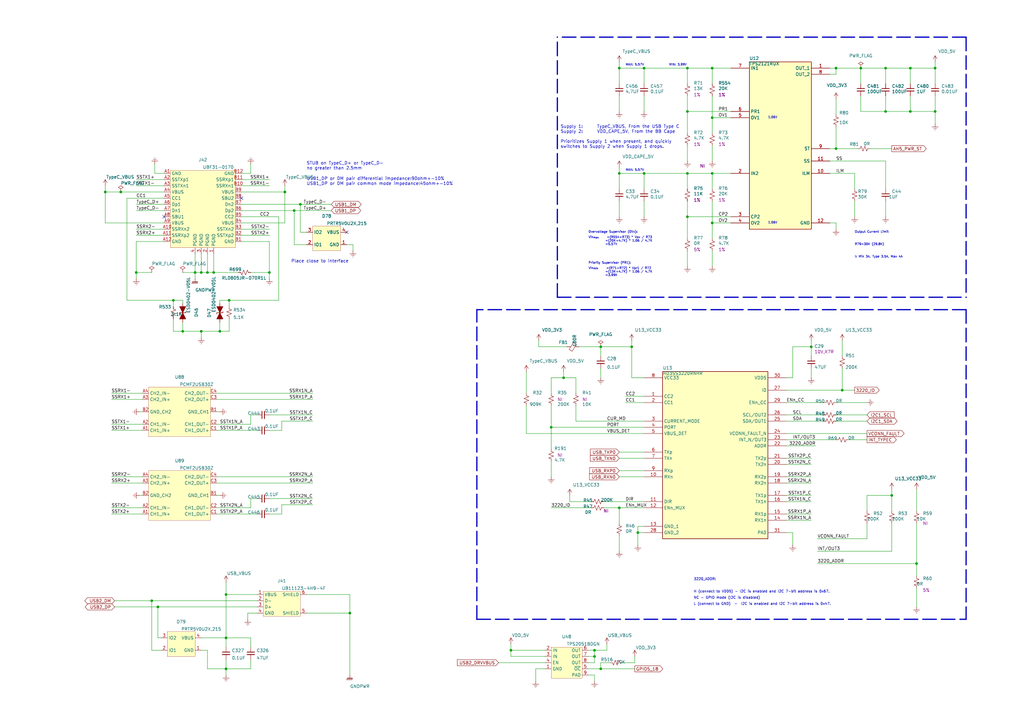
<source format=kicad_sch>
(kicad_sch (version 20210126) (generator eeschema)
  (paper "A3")
  (title_block (title "BeagleBone AI AM57x") (date "2021-01-15") (rev "Kicad-A1") (company "KiCad Services Corporation"))
  (junction (at 43.18 78.74) (diameter 0.9144))
  (junction (at 49.53 78.74) (diameter 0.9144))
  (junction (at 55.88 111.76) (diameter 0.9144))
  (junction (at 62.23 246.38) (diameter 0.9144))
  (junction (at 64.77 248.92) (diameter 0.9144))
  (junction (at 71.12 123.19) (diameter 0.9144))
  (junction (at 74.93 135.89) (diameter 0.9144))
  (junction (at 80.01 111.76) (diameter 0.9144))
  (junction (at 82.55 111.76) (diameter 0.9144))
  (junction (at 82.55 135.89) (diameter 0.9144))
  (junction (at 85.09 111.76) (diameter 0.9144))
  (junction (at 87.63 111.76) (diameter 0.9144))
  (junction (at 90.17 135.89) (diameter 0.9144))
  (junction (at 92.71 243.84) (diameter 0.9144))
  (junction (at 92.71 261.62) (diameter 0.9144))
  (junction (at 92.71 274.32) (diameter 0.9144))
  (junction (at 93.98 123.19) (diameter 0.9144))
  (junction (at 110.49 111.76) (diameter 0.9144))
  (junction (at 116.84 78.74) (diameter 0.9144))
  (junction (at 120.65 86.36) (diameter 0.9144))
  (junction (at 123.19 83.82) (diameter 0.9144))
  (junction (at 143.51 251.46) (diameter 0.9144))
  (junction (at 209.55 266.7) (diameter 0.9144))
  (junction (at 226.06 175.26) (diameter 0.9144))
  (junction (at 231.14 154.94) (diameter 0.9144))
  (junction (at 243.84 266.7) (diameter 0.9144))
  (junction (at 243.84 269.24) (diameter 0.9144))
  (junction (at 246.38 142.24) (diameter 0.9144))
  (junction (at 246.38 274.32) (diameter 0.9144))
  (junction (at 254 27.94) (diameter 0.9144))
  (junction (at 254 71.12) (diameter 0.9144))
  (junction (at 254 208.28) (diameter 0.9144))
  (junction (at 259.08 142.24) (diameter 0.9144))
  (junction (at 261.62 218.44) (diameter 0.9144))
  (junction (at 264.16 27.94) (diameter 0.9144))
  (junction (at 264.16 71.12) (diameter 0.9144))
  (junction (at 281.94 27.94) (diameter 0.9144))
  (junction (at 281.94 45.72) (diameter 0.9144))
  (junction (at 281.94 71.12) (diameter 0.9144))
  (junction (at 281.94 88.9) (diameter 0.9144))
  (junction (at 292.1 27.94) (diameter 0.9144))
  (junction (at 292.1 48.26) (diameter 0.9144))
  (junction (at 292.1 71.12) (diameter 0.9144))
  (junction (at 292.1 91.44) (diameter 0.9144))
  (junction (at 332.74 142.24) (diameter 0.9144))
  (junction (at 342.9 27.94) (diameter 0.9144))
  (junction (at 342.9 60.96) (diameter 0.9144))
  (junction (at 345.44 160.02) (diameter 0.9144))
  (junction (at 353.06 27.94) (diameter 0.9144))
  (junction (at 363.22 27.94) (diameter 0.9144))
  (junction (at 363.22 45.72) (diameter 0.9144))
  (junction (at 365.76 203.2) (diameter 0.9144))
  (junction (at 373.38 27.94) (diameter 0.9144))
  (junction (at 373.38 45.72) (diameter 0.9144))
  (junction (at 375.92 231.14) (diameter 0.9144))
  (junction (at 383.54 27.94) (diameter 0.9144))
  (junction (at 383.54 45.72) (diameter 0.9144))
  (no_connect (at 67.31 88.9))
  (no_connect (at 99.06 81.28))
  (no_connect (at 142.24 95.25))
  (wire (pts (xy 43.18 76.2) (xy 43.18 78.74)))
  (wire (pts (xy 43.18 78.74) (xy 49.53 78.74)))
  (wire (pts (xy 43.18 91.44) (xy 43.18 78.74)))
  (wire (pts (xy 43.18 91.44) (xy 67.31 91.44)))
  (wire (pts (xy 45.72 161.29) (xy 58.42 161.29)))
  (wire (pts (xy 45.72 163.83) (xy 58.42 163.83)))
  (wire (pts (xy 45.72 173.99) (xy 58.42 173.99)))
  (wire (pts (xy 45.72 176.53) (xy 58.42 176.53)))
  (wire (pts (xy 45.72 195.58) (xy 58.42 195.58)))
  (wire (pts (xy 45.72 198.12) (xy 58.42 198.12)))
  (wire (pts (xy 45.72 208.28) (xy 58.42 208.28)))
  (wire (pts (xy 45.72 210.82) (xy 58.42 210.82)))
  (wire (pts (xy 46.99 246.38) (xy 62.23 246.38)))
  (wire (pts (xy 46.99 248.92) (xy 64.77 248.92)))
  (wire (pts (xy 49.53 78.74) (xy 67.31 78.74)))
  (wire (pts (xy 52.07 81.28) (xy 52.07 123.19)))
  (wire (pts (xy 52.07 81.28) (xy 67.31 81.28)))
  (wire (pts (xy 52.07 123.19) (xy 71.12 123.19)))
  (wire (pts (xy 55.88 73.66) (xy 67.31 73.66)))
  (wire (pts (xy 55.88 76.2) (xy 67.31 76.2)))
  (wire (pts (xy 55.88 83.82) (xy 67.31 83.82)))
  (wire (pts (xy 55.88 86.36) (xy 67.31 86.36)))
  (wire (pts (xy 55.88 93.98) (xy 67.31 93.98)))
  (wire (pts (xy 55.88 96.52) (xy 67.31 96.52)))
  (wire (pts (xy 55.88 99.06) (xy 55.88 111.76)))
  (wire (pts (xy 55.88 99.06) (xy 67.31 99.06)))
  (wire (pts (xy 55.88 111.76) (xy 55.88 114.3)))
  (wire (pts (xy 55.88 111.76) (xy 62.23 111.76)))
  (wire (pts (xy 58.42 168.91) (xy 57.15 168.91)))
  (wire (pts (xy 58.42 203.2) (xy 57.15 203.2)))
  (wire (pts (xy 62.23 246.38) (xy 105.41 246.38)))
  (wire (pts (xy 62.23 266.7) (xy 62.23 246.38)))
  (wire (pts (xy 63.5 67.31) (xy 63.5 71.12)))
  (wire (pts (xy 64.77 248.92) (xy 64.77 261.62)))
  (wire (pts (xy 64.77 248.92) (xy 105.41 248.92)))
  (wire (pts (xy 64.77 261.62) (xy 66.04 261.62)))
  (wire (pts (xy 66.04 266.7) (xy 62.23 266.7)))
  (wire (pts (xy 67.31 71.12) (xy 63.5 71.12)))
  (wire (pts (xy 71.12 123.19) (xy 71.12 125.73)))
  (wire (pts (xy 71.12 123.19) (xy 74.93 123.19)))
  (wire (pts (xy 71.12 130.81) (xy 71.12 135.89)))
  (wire (pts (xy 74.93 111.76) (xy 80.01 111.76)))
  (wire (pts (xy 74.93 123.19) (xy 74.93 124.46)))
  (wire (pts (xy 74.93 132.08) (xy 74.93 135.89)))
  (wire (pts (xy 74.93 135.89) (xy 71.12 135.89)))
  (wire (pts (xy 74.93 135.89) (xy 82.55 135.89)))
  (wire (pts (xy 80.01 104.14) (xy 80.01 111.76)))
  (wire (pts (xy 80.01 111.76) (xy 80.01 114.3)))
  (wire (pts (xy 80.01 111.76) (xy 82.55 111.76)))
  (wire (pts (xy 82.55 104.14) (xy 82.55 111.76)))
  (wire (pts (xy 82.55 111.76) (xy 85.09 111.76)))
  (wire (pts (xy 82.55 135.89) (xy 82.55 138.43)))
  (wire (pts (xy 82.55 135.89) (xy 90.17 135.89)))
  (wire (pts (xy 82.55 266.7) (xy 85.09 266.7)))
  (wire (pts (xy 85.09 104.14) (xy 85.09 111.76)))
  (wire (pts (xy 85.09 111.76) (xy 87.63 111.76)))
  (wire (pts (xy 85.09 266.7) (xy 85.09 274.32)))
  (wire (pts (xy 85.09 274.32) (xy 92.71 274.32)))
  (wire (pts (xy 87.63 111.76) (xy 87.63 104.14)))
  (wire (pts (xy 87.63 111.76) (xy 97.79 111.76)))
  (wire (pts (xy 88.9 161.29) (xy 128.27 161.29)))
  (wire (pts (xy 88.9 163.83) (xy 128.27 163.83)))
  (wire (pts (xy 88.9 168.91) (xy 90.17 168.91)))
  (wire (pts (xy 88.9 173.99) (xy 102.87 173.99)))
  (wire (pts (xy 88.9 176.53) (xy 105.41 176.53)))
  (wire (pts (xy 88.9 195.58) (xy 128.27 195.58)))
  (wire (pts (xy 88.9 198.12) (xy 128.27 198.12)))
  (wire (pts (xy 88.9 203.2) (xy 90.17 203.2)))
  (wire (pts (xy 88.9 208.28) (xy 102.87 208.28)))
  (wire (pts (xy 88.9 210.82) (xy 105.41 210.82)))
  (wire (pts (xy 90.17 123.19) (xy 93.98 123.19)))
  (wire (pts (xy 90.17 124.46) (xy 90.17 123.19)))
  (wire (pts (xy 90.17 135.89) (xy 90.17 132.08)))
  (wire (pts (xy 90.17 135.89) (xy 93.98 135.89)))
  (wire (pts (xy 92.71 238.76) (xy 92.71 243.84)))
  (wire (pts (xy 92.71 243.84) (xy 92.71 261.62)))
  (wire (pts (xy 92.71 243.84) (xy 105.41 243.84)))
  (wire (pts (xy 92.71 261.62) (xy 82.55 261.62)))
  (wire (pts (xy 92.71 261.62) (xy 102.87 261.62)))
  (wire (pts (xy 92.71 265.43) (xy 92.71 261.62)))
  (wire (pts (xy 92.71 274.32) (xy 92.71 270.51)))
  (wire (pts (xy 92.71 274.32) (xy 92.71 276.86)))
  (wire (pts (xy 93.98 123.19) (xy 114.3 123.19)))
  (wire (pts (xy 93.98 125.73) (xy 93.98 123.19)))
  (wire (pts (xy 93.98 135.89) (xy 93.98 130.81)))
  (wire (pts (xy 99.06 71.12) (xy 102.87 71.12)))
  (wire (pts (xy 99.06 78.74) (xy 116.84 78.74)))
  (wire (pts (xy 99.06 83.82) (xy 123.19 83.82)))
  (wire (pts (xy 99.06 86.36) (xy 120.65 86.36)))
  (wire (pts (xy 99.06 88.9) (xy 114.3 88.9)))
  (wire (pts (xy 99.06 91.44) (xy 116.84 91.44)))
  (wire (pts (xy 99.06 93.98) (xy 110.49 93.98)))
  (wire (pts (xy 99.06 96.52) (xy 110.49 96.52)))
  (wire (pts (xy 99.06 99.06) (xy 110.49 99.06)))
  (wire (pts (xy 101.6 251.46) (xy 101.6 254)))
  (wire (pts (xy 102.87 67.31) (xy 102.87 71.12)))
  (wire (pts (xy 102.87 111.76) (xy 110.49 111.76)))
  (wire (pts (xy 102.87 170.18) (xy 105.41 170.18)))
  (wire (pts (xy 102.87 173.99) (xy 102.87 170.18)))
  (wire (pts (xy 102.87 204.47) (xy 105.41 204.47)))
  (wire (pts (xy 102.87 208.28) (xy 102.87 204.47)))
  (wire (pts (xy 102.87 261.62) (xy 102.87 265.43)))
  (wire (pts (xy 102.87 270.51) (xy 102.87 274.32)))
  (wire (pts (xy 102.87 274.32) (xy 92.71 274.32)))
  (wire (pts (xy 105.41 251.46) (xy 101.6 251.46)))
  (wire (pts (xy 110.49 73.66) (xy 99.06 73.66)))
  (wire (pts (xy 110.49 76.2) (xy 99.06 76.2)))
  (wire (pts (xy 110.49 111.76) (xy 110.49 99.06)))
  (wire (pts (xy 110.49 111.76) (xy 110.49 114.3)))
  (wire (pts (xy 110.49 170.18) (xy 128.27 170.18)))
  (wire (pts (xy 110.49 176.53) (xy 115.57 176.53)))
  (wire (pts (xy 110.49 204.47) (xy 128.27 204.47)))
  (wire (pts (xy 110.49 210.82) (xy 115.57 210.82)))
  (wire (pts (xy 114.3 123.19) (xy 114.3 88.9)))
  (wire (pts (xy 115.57 172.72) (xy 128.27 172.72)))
  (wire (pts (xy 115.57 176.53) (xy 115.57 172.72)))
  (wire (pts (xy 115.57 207.01) (xy 128.27 207.01)))
  (wire (pts (xy 115.57 210.82) (xy 115.57 207.01)))
  (wire (pts (xy 116.84 76.2) (xy 116.84 78.74)))
  (wire (pts (xy 116.84 91.44) (xy 116.84 78.74)))
  (wire (pts (xy 120.65 86.36) (xy 135.89 86.36)))
  (wire (pts (xy 120.65 100.33) (xy 120.65 86.36)))
  (wire (pts (xy 123.19 83.82) (xy 135.89 83.82)))
  (wire (pts (xy 123.19 95.25) (xy 123.19 83.82)))
  (wire (pts (xy 125.73 95.25) (xy 123.19 95.25)))
  (wire (pts (xy 125.73 100.33) (xy 120.65 100.33)))
  (wire (pts (xy 125.73 243.84) (xy 143.51 243.84)))
  (wire (pts (xy 125.73 251.46) (xy 143.51 251.46)))
  (wire (pts (xy 142.24 100.33) (xy 144.78 100.33)))
  (wire (pts (xy 143.51 243.84) (xy 143.51 251.46)))
  (wire (pts (xy 143.51 251.46) (xy 143.51 276.86)))
  (wire (pts (xy 144.78 100.33) (xy 144.78 102.87)))
  (wire (pts (xy 204.47 271.78) (xy 223.52 271.78)))
  (wire (pts (xy 209.55 264.16) (xy 209.55 266.7)))
  (wire (pts (xy 209.55 266.7) (xy 209.55 269.24)))
  (wire (pts (xy 209.55 269.24) (xy 223.52 269.24)))
  (wire (pts (xy 215.9 161.29) (xy 215.9 152.4)))
  (wire (pts (xy 215.9 177.8) (xy 215.9 166.37)))
  (wire (pts (xy 219.71 274.32) (xy 219.71 279.4)))
  (wire (pts (xy 220.98 142.24) (xy 220.98 139.7)))
  (wire (pts (xy 223.52 266.7) (xy 209.55 266.7)))
  (wire (pts (xy 223.52 274.32) (xy 219.71 274.32)))
  (wire (pts (xy 226.06 154.94) (xy 231.14 154.94)))
  (wire (pts (xy 226.06 161.29) (xy 226.06 154.94)))
  (wire (pts (xy 226.06 175.26) (xy 226.06 166.37)))
  (wire (pts (xy 226.06 184.15) (xy 226.06 175.26)))
  (wire (pts (xy 226.06 189.23) (xy 226.06 195.58)))
  (wire (pts (xy 231.14 154.94) (xy 231.14 152.4)))
  (wire (pts (xy 231.14 154.94) (xy 236.22 154.94)))
  (wire (pts (xy 232.41 142.24) (xy 220.98 142.24)))
  (wire (pts (xy 233.68 205.74) (xy 233.68 203.2)))
  (wire (pts (xy 236.22 154.94) (xy 236.22 161.29)))
  (wire (pts (xy 236.22 172.72) (xy 236.22 166.37)))
  (wire (pts (xy 237.49 142.24) (xy 246.38 142.24)))
  (wire (pts (xy 241.3 269.24) (xy 243.84 269.24)))
  (wire (pts (xy 241.3 271.78) (xy 243.84 271.78)))
  (wire (pts (xy 241.3 274.32) (xy 246.38 274.32)))
  (wire (pts (xy 241.3 276.86) (xy 243.84 276.86)))
  (wire (pts (xy 242.57 205.74) (xy 233.68 205.74)))
  (wire (pts (xy 242.57 208.28) (xy 226.06 208.28)))
  (wire (pts (xy 243.84 266.7) (xy 241.3 266.7)))
  (wire (pts (xy 243.84 266.7) (xy 248.92 266.7)))
  (wire (pts (xy 243.84 269.24) (xy 243.84 266.7)))
  (wire (pts (xy 243.84 271.78) (xy 243.84 269.24)))
  (wire (pts (xy 243.84 276.86) (xy 243.84 279.4)))
  (wire (pts (xy 246.38 142.24) (xy 259.08 142.24)))
  (wire (pts (xy 246.38 146.05) (xy 246.38 142.24)))
  (wire (pts (xy 246.38 154.94) (xy 246.38 151.13)))
  (wire (pts (xy 246.38 271.78) (xy 250.19 271.78)))
  (wire (pts (xy 246.38 274.32) (xy 246.38 271.78)))
  (wire (pts (xy 246.38 274.32) (xy 260.35 274.32)))
  (wire (pts (xy 247.65 208.28) (xy 254 208.28)))
  (wire (pts (xy 248.92 264.16) (xy 248.92 266.7)))
  (wire (pts (xy 254 27.94) (xy 254 25.4)))
  (wire (pts (xy 254 27.94) (xy 264.16 27.94)))
  (wire (pts (xy 254 34.29) (xy 254 27.94)))
  (wire (pts (xy 254 39.37) (xy 254 45.72)))
  (wire (pts (xy 254 71.12) (xy 254 68.58)))
  (wire (pts (xy 254 71.12) (xy 264.16 71.12)))
  (wire (pts (xy 254 77.47) (xy 254 71.12)))
  (wire (pts (xy 254 82.55) (xy 254 88.9)))
  (wire (pts (xy 254 208.28) (xy 264.16 208.28)))
  (wire (pts (xy 254 214.63) (xy 254 208.28)))
  (wire (pts (xy 254 226.06) (xy 254 219.71)))
  (wire (pts (xy 255.27 271.78) (xy 260.35 271.78)))
  (wire (pts (xy 259.08 142.24) (xy 259.08 139.7)))
  (wire (pts (xy 259.08 154.94) (xy 259.08 142.24)))
  (wire (pts (xy 260.35 269.24) (xy 260.35 271.78)))
  (wire (pts (xy 261.62 215.9) (xy 264.16 215.9)))
  (wire (pts (xy 261.62 218.44) (xy 261.62 215.9)))
  (wire (pts (xy 261.62 223.52) (xy 261.62 218.44)))
  (wire (pts (xy 264.16 27.94) (xy 281.94 27.94)))
  (wire (pts (xy 264.16 34.29) (xy 264.16 27.94)))
  (wire (pts (xy 264.16 39.37) (xy 264.16 45.72)))
  (wire (pts (xy 264.16 71.12) (xy 281.94 71.12)))
  (wire (pts (xy 264.16 77.47) (xy 264.16 71.12)))
  (wire (pts (xy 264.16 82.55) (xy 264.16 88.9)))
  (wire (pts (xy 264.16 154.94) (xy 259.08 154.94)))
  (wire (pts (xy 264.16 162.56) (xy 256.54 162.56)))
  (wire (pts (xy 264.16 165.1) (xy 256.54 165.1)))
  (wire (pts (xy 264.16 172.72) (xy 236.22 172.72)))
  (wire (pts (xy 264.16 175.26) (xy 226.06 175.26)))
  (wire (pts (xy 264.16 177.8) (xy 215.9 177.8)))
  (wire (pts (xy 264.16 185.42) (xy 254 185.42)))
  (wire (pts (xy 264.16 187.96) (xy 254 187.96)))
  (wire (pts (xy 264.16 193.04) (xy 254 193.04)))
  (wire (pts (xy 264.16 195.58) (xy 254 195.58)))
  (wire (pts (xy 264.16 205.74) (xy 247.65 205.74)))
  (wire (pts (xy 264.16 218.44) (xy 261.62 218.44)))
  (wire (pts (xy 281.94 27.94) (xy 281.94 34.29)))
  (wire (pts (xy 281.94 27.94) (xy 292.1 27.94)))
  (wire (pts (xy 281.94 45.72) (xy 281.94 39.37)))
  (wire (pts (xy 281.94 54.61) (xy 281.94 45.72)))
  (wire (pts (xy 281.94 66.04) (xy 281.94 59.69)))
  (wire (pts (xy 281.94 71.12) (xy 292.1 71.12)))
  (wire (pts (xy 281.94 77.47) (xy 281.94 71.12)))
  (wire (pts (xy 281.94 88.9) (xy 281.94 82.55)))
  (wire (pts (xy 281.94 97.79) (xy 281.94 88.9)))
  (wire (pts (xy 281.94 109.22) (xy 281.94 102.87)))
  (wire (pts (xy 292.1 27.94) (xy 299.72 27.94)))
  (wire (pts (xy 292.1 34.29) (xy 292.1 27.94)))
  (wire (pts (xy 292.1 48.26) (xy 292.1 39.37)))
  (wire (pts (xy 292.1 54.61) (xy 292.1 48.26)))
  (wire (pts (xy 292.1 66.04) (xy 292.1 59.69)))
  (wire (pts (xy 292.1 71.12) (xy 299.72 71.12)))
  (wire (pts (xy 292.1 77.47) (xy 292.1 71.12)))
  (wire (pts (xy 292.1 91.44) (xy 292.1 82.55)))
  (wire (pts (xy 292.1 97.79) (xy 292.1 91.44)))
  (wire (pts (xy 292.1 109.22) (xy 292.1 102.87)))
  (wire (pts (xy 299.72 45.72) (xy 281.94 45.72)))
  (wire (pts (xy 299.72 48.26) (xy 292.1 48.26)))
  (wire (pts (xy 299.72 88.9) (xy 281.94 88.9)))
  (wire (pts (xy 299.72 91.44) (xy 292.1 91.44)))
  (wire (pts (xy 322.58 160.02) (xy 345.44 160.02)))
  (wire (pts (xy 325.12 142.24) (xy 325.12 154.94)))
  (wire (pts (xy 325.12 154.94) (xy 322.58 154.94)))
  (wire (pts (xy 325.12 218.44) (xy 322.58 218.44)))
  (wire (pts (xy 325.12 223.52) (xy 325.12 218.44)))
  (wire (pts (xy 332.74 142.24) (xy 325.12 142.24)))
  (wire (pts (xy 332.74 142.24) (xy 332.74 139.7)))
  (wire (pts (xy 332.74 146.05) (xy 332.74 142.24)))
  (wire (pts (xy 332.74 154.94) (xy 332.74 151.13)))
  (wire (pts (xy 332.74 187.96) (xy 322.58 187.96)))
  (wire (pts (xy 332.74 190.5) (xy 322.58 190.5)))
  (wire (pts (xy 332.74 195.58) (xy 322.58 195.58)))
  (wire (pts (xy 332.74 198.12) (xy 322.58 198.12)))
  (wire (pts (xy 332.74 203.2) (xy 322.58 203.2)))
  (wire (pts (xy 332.74 205.74) (xy 322.58 205.74)))
  (wire (pts (xy 332.74 210.82) (xy 322.58 210.82)))
  (wire (pts (xy 332.74 213.36) (xy 322.58 213.36)))
  (wire (pts (xy 334.518 182.88) (xy 322.58 182.88)))
  (wire (pts (xy 335.28 220.98) (xy 355.6 220.98)))
  (wire (pts (xy 335.28 226.06) (xy 365.76 226.06)))
  (wire (pts (xy 337.82 165.1) (xy 322.58 165.1)))
  (wire (pts (xy 337.82 170.18) (xy 322.58 170.18)))
  (wire (pts (xy 337.82 172.72) (xy 322.58 172.72)))
  (wire (pts (xy 340.36 27.94) (xy 342.9 27.94)))
  (wire (pts (xy 340.36 60.96) (xy 342.9 60.96)))
  (wire (pts (xy 340.36 71.12) (xy 350.52 71.12)))
  (wire (pts (xy 340.36 91.44) (xy 342.9 91.44)))
  (wire (pts (xy 342.9 27.94) (xy 342.9 30.48)))
  (wire (pts (xy 342.9 27.94) (xy 353.06 27.94)))
  (wire (pts (xy 342.9 30.48) (xy 340.36 30.48)))
  (wire (pts (xy 342.9 40.64) (xy 342.9 46.99)))
  (wire (pts (xy 342.9 52.07) (xy 342.9 60.96)))
  (wire (pts (xy 342.9 60.96) (xy 351.79 60.96)))
  (wire (pts (xy 342.9 91.44) (xy 342.9 93.98)))
  (wire (pts (xy 342.9 180.34) (xy 322.58 180.34)))
  (wire (pts (xy 345.44 146.05) (xy 345.44 139.7)))
  (wire (pts (xy 345.44 160.02) (xy 345.44 151.13)))
  (wire (pts (xy 345.44 160.02) (xy 350.52 160.02)))
  (wire (pts (xy 347.98 180.34) (xy 355.6 180.34)))
  (wire (pts (xy 350.52 71.12) (xy 350.52 77.47)))
  (wire (pts (xy 350.52 88.9) (xy 350.52 82.55)))
  (wire (pts (xy 353.06 27.94) (xy 363.22 27.94)))
  (wire (pts (xy 353.06 34.29) (xy 353.06 27.94)))
  (wire (pts (xy 353.06 45.72) (xy 353.06 39.37)))
  (wire (pts (xy 355.6 165.1) (xy 342.9 165.1)))
  (wire (pts (xy 355.6 170.18) (xy 342.9 170.18)))
  (wire (pts (xy 355.6 172.72) (xy 342.9 172.72)))
  (wire (pts (xy 355.6 177.8) (xy 322.58 177.8)))
  (wire (pts (xy 355.6 203.2) (xy 365.76 203.2)))
  (wire (pts (xy 355.6 209.55) (xy 355.6 203.2)))
  (wire (pts (xy 355.6 220.98) (xy 355.6 214.63)))
  (wire (pts (xy 363.22 27.94) (xy 373.38 27.94)))
  (wire (pts (xy 363.22 34.29) (xy 363.22 27.94)))
  (wire (pts (xy 363.22 45.72) (xy 353.06 45.72)))
  (wire (pts (xy 363.22 45.72) (xy 363.22 39.37)))
  (wire (pts (xy 363.22 66.04) (xy 340.36 66.04)))
  (wire (pts (xy 363.22 77.47) (xy 363.22 66.04)))
  (wire (pts (xy 363.22 88.9) (xy 363.22 82.55)))
  (wire (pts (xy 365.76 60.96) (xy 356.87 60.96)))
  (wire (pts (xy 365.76 203.2) (xy 365.76 200.66)))
  (wire (pts (xy 365.76 209.55) (xy 365.76 203.2)))
  (wire (pts (xy 365.76 226.06) (xy 365.76 214.63)))
  (wire (pts (xy 373.38 27.94) (xy 383.54 27.94)))
  (wire (pts (xy 373.38 34.29) (xy 373.38 27.94)))
  (wire (pts (xy 373.38 45.72) (xy 363.22 45.72)))
  (wire (pts (xy 373.38 45.72) (xy 373.38 39.37)))
  (wire (pts (xy 375.92 209.55) (xy 375.92 200.66)))
  (wire (pts (xy 375.92 231.14) (xy 335.28 231.14)))
  (wire (pts (xy 375.92 231.14) (xy 375.92 214.63)))
  (wire (pts (xy 375.92 236.22) (xy 375.92 231.14)))
  (wire (pts (xy 375.92 248.92) (xy 375.92 241.3)))
  (wire (pts (xy 383.54 27.94) (xy 383.54 25.4)))
  (wire (pts (xy 383.54 34.29) (xy 383.54 27.94)))
  (wire (pts (xy 383.54 45.72) (xy 373.38 45.72)))
  (wire (pts (xy 383.54 45.72) (xy 383.54 39.37)))
  (wire (pts (xy 383.54 50.8) (xy 383.54 45.72)))
  (polyline (pts (xy 195.58 254) (xy 195.58 127)) (stroke (width 0.508) (type dash)))
  (polyline (pts (xy 195.58 254) (xy 396.24 254)) (stroke (width 0.508) (type dash)))
  (polyline (pts (xy 228.6 121.92) (xy 228.6 15.24)) (stroke (width 0.508) (type dash)))
  (polyline (pts (xy 228.6 121.92) (xy 396.24 121.92)) (stroke (width 0.508) (type dash)))
  (polyline (pts (xy 396.24 15.24) (xy 228.6 15.24)) (stroke (width 0.508) (type dash)))
  (polyline (pts (xy 396.24 15.24) (xy 396.24 121.92)) (stroke (width 0.508) (type dash)))
  (polyline (pts (xy 396.24 127) (xy 195.58 127)) (stroke (width 0.508) (type dash)))
  (polyline (pts (xy 396.24 127) (xy 396.24 254)) (stroke (width 0.508) (type dash)))
  (text "Place close to interface" (at 119.38 107.95 0) (effects (font (size 1.27 1.27)) (justify left bottom)))
  (text "STUB on TypeC_D+ or TypeC_D-\nno greater than 2.5mm" (at 125.73 69.85 0) (effects (font (size 1.27 1.27)) (justify left bottom)))
  (text "USB1_DP or DM pair differential impedance:90ohm+-10%\nUSB1_DP or DM pair common mode impedance:45ohm+-10%" (at 125.73 76.2 0) (effects (font (size 1.27 1.27)) (justify left bottom)))
  (text "Supply 1:	TypeC_VBUS, From the USB Type C\nSupply 2: 	VDD_CAPE_5V, From the BB Cape\n\nPrioritizes Supply 1 when present, and quickly\nswitches to Supply 2 when Supply 1 drops." (at 229.87 60.96 0) (effects (font (size 1.27 1.27)) (justify left bottom)))
  (text "Overvoltage Supervisor (OVx):" (at 241.3 95.758 180) (effects (font (size 0.889 0.889)) (justify left bottom)))
  (text "Vin_{max}	=(R554+R73) * Vov / R73\n		=(20K+4.7K) * 1.06 / 4.7K\n		=5.57V" (at 241.3 100.838 0) (effects (font (size 0.889 0.889)) (justify left bottom)))
  (text "Priority Supervisor (PR1):" (at 241.3 108.458 180) (effects (font (size 0.889 0.889)) (justify left bottom)))
  (text "Vin_{min} 	=(R71+R72) * Vpr1 / R72\n		=(13K+4.7K) * 1.06 / 4.7K\n		=3.99K" (at 241.3 113.538 0) (effects (font (size 0.889 0.889)) (justify left bottom)))
  (text "MAX: 5.57V" (at 256.54 27.178 180) (effects (font (size 0.889 0.889)) (justify left bottom)))
  (text "MAX: 5.57V" (at 256.54 70.358 180) (effects (font (size 0.889 0.889)) (justify left bottom)))
  (text "MIN: 3.99V" (at 274.32 27.178 180) (effects (font (size 0.889 0.889)) (justify left bottom)))
  (text "3220_ADDR:" (at 284.48 238.252 180) (effects (font (size 1.016 1.016)) (justify left bottom)))
  (text "H (connect to VDD5) - I2C is enabled and I2C 7-bit address is 0x67." (at 284.48 243.332 0) (effects (font (size 1.016 1.016)) (justify left bottom)))
  (text "NC - GPIO mode (I2C is disabled)" (at 284.48 245.872 180) (effects (font (size 1.016 1.016)) (justify left bottom)))
  (text "L (connect to GND)  -  I2C is enabled and I2C 7-bit address is 0x47." (at 284.48 248.412 0) (effects (font (size 1.016 1.016)) (justify left bottom)))
  (text "1.06V" (at 314.96 48.768 180) (effects (font (size 0.889 0.889)) (justify left bottom)))
  (text "1.06V" (at 314.96 91.948 180) (effects (font (size 0.889 0.889)) (justify left bottom)))
  (text "Output Current Limit" (at 350.52 95.758 180) (effects (font (size 0.889 0.889)) (justify left bottom)))
  (text "R79=30K (29.8K)" (at 350.52 100.838 180) (effects (font (size 0.889 0.889)) (justify left bottom)))
  (text "I: Min 3A, Type 3.5A, Max 4A" (at 350.52 105.918 180) (effects (font (size 0.889 0.889)) (justify left bottom)))
  (label "SSRX1-" (at 45.72 161.29 0))
  (label "SSRX1+" (at 45.72 163.83 0))
  (label "SSTX1-" (at 45.72 173.99 0))
  (label "SSTX1+" (at 45.72 176.53 0))
  (label "SSRX2-" (at 45.72 195.58 0))
  (label "SSRX2+" (at 45.72 198.12 0))
  (label "SSTX2-" (at 45.72 208.28 0))
  (label "SSTX2+" (at 45.72 210.82 0))
  (label "SSTX1+" (at 55.88 73.66 0))
  (label "SSTX1-" (at 55.88 76.2 0))
  (label "CC1" (at 55.88 81.28 0))
  (label "TypeC_D+" (at 55.88 83.82 0))
  (label "TypeC_D-" (at 55.88 86.36 0))
  (label "SSRX2-" (at 55.88 93.98 0))
  (label "SSRX2+" (at 55.88 96.52 0))
  (label "SSTX1N_A" (at 90.17 173.99 0))
  (label "SSTX1P_A" (at 90.17 176.53 0))
  (label "SSTX2N_A" (at 90.17 208.28 0))
  (label "SSTX2P_A" (at 90.17 210.82 0))
  (label "SSRX1+" (at 110.49 73.66 180))
  (label "SSRX1-" (at 110.49 76.2 180))
  (label "CC2" (at 110.49 88.9 180))
  (label "SSTX2-" (at 110.49 93.98 180))
  (label "SSTX2+" (at 110.49 96.52 180))
  (label "TypeC_D-" (at 124.46 83.82 0))
  (label "TypeC_D+" (at 124.46 86.36 0))
  (label "SSRX1N_A" (at 128.27 161.29 180))
  (label "SSRX1P_A" (at 128.27 163.83 180))
  (label "SSTX1N_C" (at 128.27 170.18 180))
  (label "SSTX1P_C" (at 128.27 172.72 180))
  (label "SSRX2N_A" (at 128.27 195.58 180))
  (label "SSRX2P_A" (at 128.27 198.12 180))
  (label "SSTX2N_C" (at 128.27 204.47 180))
  (label "SSTX2P_C" (at 128.27 207.01 180))
  (label "3220_ID" (at 226.06 208.28 0))
  (label "CUR_MD" (at 248.92 172.72 0))
  (label "PORT" (at 248.92 175.26 0))
  (label "VBUS_DET" (at 248.92 177.8 0))
  (label "CC2" (at 256.54 162.56 0))
  (label "CC1" (at 256.54 165.1 0))
  (label "DIR" (at 256.54 205.74 0))
  (label "ENn_MUX" (at 256.54 208.28 0))
  (label "PR1" (at 294.64 45.72 0))
  (label "OV1" (at 294.64 48.26 0))
  (label "CP2" (at 294.64 88.9 0))
  (label "OV2" (at 294.64 91.44 0))
  (label "ENn_CC" (at 322.58 165.1 0))
  (label "SCL" (at 325.12 170.18 0))
  (label "SDA" (at 325.12 172.72 0))
  (label "INT/OUT3" (at 325.12 180.34 0))
  (label "SSTX2P_C" (at 332.74 187.96 180))
  (label "SSTX2N_C" (at 332.74 190.5 180))
  (label "SSRX2P_A" (at 332.74 195.58 180))
  (label "SSRX2N_A" (at 332.74 198.12 180))
  (label "SSTX1P_C" (at 332.74 203.2 180))
  (label "SSTX1N_C" (at 332.74 205.74 180))
  (label "SSRX1P_A" (at 332.74 210.82 180))
  (label "SSRX1N_A" (at 332.74 213.36 180))
  (label "3220_ADDR" (at 334.518 182.88 180))
  (label "VCONN_FAULT" (at 335.28 220.98 0))
  (label "INT/OUT3" (at 335.28 226.06 0))
  (label "3220_ADDR" (at 335.28 231.14 0))
  (label "SS" (at 342.9 66.04 0))
  (label "ILM" (at 342.9 71.12 0))
  (global_label "USB2_DM" (shape bidirectional) (at 46.99 246.38 180) (property "Intersheet References" "${INTERSHEET_REFS}" (at 34.3443 246.3006 0) (effects (justify right))))
  (global_label "USB2_DP" (shape bidirectional) (at 46.99 248.92 180) (property "Intersheet References" "${INTERSHEET_REFS}" (at 34.5258 248.8406 0) (effects (justify right))))
  (global_label "USB1_DM" (shape bidirectional) (at 135.89 83.82 0) (property "Intersheet References" "${INTERSHEET_REFS}" (at 148.5357 83.7406 0) (effects (justify left))))
  (global_label "USB1_DP" (shape bidirectional) (at 135.89 86.36 0) (property "Intersheet References" "${INTERSHEET_REFS}" (at 148.3542 86.2806 0) (effects (justify left))))
  (global_label "USB2_DRVVBUS" (shape input) (at 204.47 271.78 180) (property "Intersheet References" "${INTERSHEET_REFS}" (at 186.0186 271.7006 0) (effects (justify right))))
  (global_label "USB_TXP0" (shape input) (at 254 185.42 180) (property "Intersheet References" "${INTERSHEET_REFS}" (at 240.6286 185.3406 0) (effects (justify right))))
  (global_label "USB_TXN0" (shape input) (at 254 187.96 180) (property "Intersheet References" "${INTERSHEET_REFS}" (at 240.5681 187.8806 0) (effects (justify right))))
  (global_label "USB_RXP0" (shape input) (at 254 193.04 180) (property "Intersheet References" "${INTERSHEET_REFS}" (at 240.3262 192.9606 0) (effects (justify right))))
  (global_label "USB_RXN0" (shape input) (at 254 195.58 180) (property "Intersheet References" "${INTERSHEET_REFS}" (at 240.2658 195.5006 0) (effects (justify right))))
  (global_label "GPIO5_18" (shape output) (at 260.35 274.32 0) (property "Intersheet References" "${INTERSHEET_REFS}" (at 273.3585 274.2406 0) (effects (justify left))))
  (global_label "3220_ID" (shape output) (at 350.52 160.02 0) (property "Intersheet References" "${INTERSHEET_REFS}" (at 362.1376 159.9406 0) (effects (justify left))))
  (global_label "I2C1_SCL" (shape input) (at 355.6 170.18 0) (property "Intersheet References" "${INTERSHEET_REFS}" (at 368.3061 170.1006 0) (effects (justify left))))
  (global_label "I2C1_SDA" (shape bidirectional) (at 355.6 172.72 0) (property "Intersheet References" "${INTERSHEET_REFS}" (at 368.3666 172.6406 0) (effects (justify left))))
  (global_label "VCONN_FAULT" (shape output) (at 355.6 177.8 0) (property "Intersheet References" "${INTERSHEET_REFS}" (at 372.3581 177.7206 0) (effects (justify left))))
  (global_label "INT_TYPEC" (shape output) (at 355.6 180.34 0) (property "Intersheet References" "${INTERSHEET_REFS}" (at 369.1528 180.2606 0) (effects (justify left))))
  (global_label "AH5_PWR_ST" (shape output) (at 365.76 60.96 0) (property "Intersheet References" "${INTERSHEET_REFS}" (at 381.4295 60.8806 0) (effects (justify left))))
  (symbol (lib_id "power:PWR_FLAG") (at 49.53 78.74 0) (unit 1)
    (property "Reference" "#FLG0121" (effects hide))
    (property "Value" "PWR_FLAG" (at 49.53 74.4156 0) (effects (justify left top)))
  )
  (symbol (lib_id "power:PWR_FLAG") (at 62.23 111.76 0) (unit 1)
    (property "Reference" "#FLG0119" (effects hide))
    (property "Value" "PWR_FLAG" (at 62.23 107.4356 0) (effects (justify left top)))
  )
  (symbol (lib_id "power:PWR_FLAG") (at 74.93 111.76 0) (unit 1)
    (property "Reference" "#FLG0120" (effects hide))
    (property "Value" "PWR_FLAG" (at 74.93 107.4356 0) (effects (justify left top)))
  )
  (symbol (lib_id "power:PWR_FLAG") (at 246.38 142.24 0) (unit 1)
    (property "Reference" "#FLG0117" (effects hide))
    (property "Value" "PWR_FLAG" (at 246.38 137.16 0))
  )
  (symbol (lib_id "power:PWR_FLAG") (at 353.06 27.94 0) (unit 1)
    (property "Reference" "#FLG0131" (effects hide))
    (property "Value" "PWR_FLAG" (at 353.06 22.86 0))
  )
  (symbol (lib_id "beaglebone-ai:TypeC_VBUS") (at 43.18 76.2 0) (unit 1)
    (property "Reference" "#PWR0468" (effects hide))
    (property "Value" "TypeC_VBUS" (at 43.5483 71.8756 0) (effects (justify left top)))
  )
  (symbol (lib_id "beaglebone-ai:USB_VBUS") (at 92.71 238.76 0) (unit 1)
    (property "Reference" "#PWR0473" (effects hide))
    (property "Value" "USB_VBUS" (at 93.0783 234.4356 0) (effects (justify left top)))
  )
  (symbol (lib_id "beaglebone-ai:TypeC_VBUS") (at 116.84 76.2 0) (unit 1)
    (property "Reference" "#PWR0482" (effects hide))
    (property "Value" "TypeC_VBUS" (at 117.2083 71.8756 0) (effects (justify left top)))
  )
  (symbol (lib_id "beaglebone-ai:VDD_5V") (at 209.55 264.16 0) (unit 1)
    (property "Reference" "#PWR0486" (effects hide))
    (property "Value" "VDD_5V" (at 209.9183 259.8356 0) (effects (justify left top)))
  )
  (symbol (lib_id "beaglebone-ai:TypeC_VBUS") (at 215.9 152.4 0) (unit 1)
    (property "Reference" "#PWR0574" (effects hide))
    (property "Value" "TypeC_VBUS" (at 217.17 147.32 0) (effects (justify left top)))
  )
  (symbol (lib_id "beaglebone-ai:VDD_3V3") (at 220.98 139.7 0) (unit 1)
    (property "Reference" "#PWR0575" (effects hide))
    (property "Value" "VDD_3V3" (at 222.25 134.62 0) (effects (justify left top)))
  )
  (symbol (lib_id "beaglebone-ai:VDD_5V") (at 231.14 152.4 0) (unit 1)
    (property "Reference" "#PWR0584" (effects hide))
    (property "Value" "VDD_5V" (at 232.41 147.32 0) (effects (justify left top)))
  )
  (symbol (lib_id "beaglebone-ai:U13_VCC33") (at 233.68 203.2 0) (unit 1)
    (property "Reference" "#PWR0578" (effects hide))
    (property "Value" "U13_VCC33" (at 234.95 198.12 0) (effects (justify left top)))
  )
  (symbol (lib_id "beaglebone-ai:USB_VBUS") (at 248.92 264.16 0) (unit 1)
    (property "Reference" "#PWR0492" (effects hide))
    (property "Value" "USB_VBUS" (at 249.2883 259.8356 0) (effects (justify left top)))
  )
  (symbol (lib_id "beaglebone-ai:TypeC_VBUS") (at 254 25.4 0) (unit 1)
    (property "Reference" "#PWR0596" (effects hide))
    (property "Value" "TypeC_VBUS" (at 255.27 20.32 0) (effects (justify left top)))
  )
  (symbol (lib_id "beaglebone-ai:VDD_CAPE_5V") (at 254 68.58 0) (unit 1)
    (property "Reference" "#PWR0593" (effects hide))
    (property "Value" "VDD_CAPE_5V" (at 255.27 63.5 0) (effects (justify left top)))
  )
  (symbol (lib_id "beaglebone-ai:U13_VCC33") (at 259.08 139.7 0) (unit 1)
    (property "Reference" "#PWR0576" (effects hide))
    (property "Value" "U13_VCC33" (at 260.35 134.62 0) (effects (justify left top)))
  )
  (symbol (lib_id "beaglebone-ai:VDD_3V3") (at 260.35 269.24 0) (unit 1)
    (property "Reference" "#PWR0493" (effects hide))
    (property "Value" "VDD_3V3" (at 260.7183 264.9156 0) (effects (justify left top)))
  )
  (symbol (lib_id "beaglebone-ai:VDD_5V") (at 332.74 139.7 0) (unit 1)
    (property "Reference" "#PWR0570" (effects hide))
    (property "Value" "VDD_5V" (at 334.01 134.62 0) (effects (justify left top)))
  )
  (symbol (lib_id "beaglebone-ai:VDD_3V3") (at 342.9 40.64 0) (unit 1)
    (property "Reference" "#PWR0597" (effects hide))
    (property "Value" "VDD_3V3" (at 339.09 34.29 0) (effects (justify left top)))
  )
  (symbol (lib_id "beaglebone-ai:U13_VCC33") (at 345.44 139.7 0) (unit 1)
    (property "Reference" "#PWR0569" (effects hide))
    (property "Value" "U13_VCC33" (at 346.71 134.62 0) (effects (justify left top)))
  )
  (symbol (lib_id "beaglebone-ai:U13_VCC33") (at 365.76 200.66 0) (unit 1)
    (property "Reference" "#PWR0571" (effects hide))
    (property "Value" "U13_VCC33" (at 367.03 195.58 0) (effects (justify left top)))
  )
  (symbol (lib_id "beaglebone-ai:VDD_5V") (at 375.92 200.66 0) (unit 1)
    (property "Reference" "#PWR0579" (effects hide))
    (property "Value" "VDD_5V" (at 376.682 195.072 0) (effects (justify left top)))
  )
  (symbol (lib_id "beaglebone-ai:VDD_5V") (at 383.54 25.4 0) (unit 1)
    (property "Reference" "#PWR0589" (effects hide))
    (property "Value" "VDD_5V" (at 384.81 20.32 0) (effects (justify left top)))
  )
  (symbol (lib_id "power:GNDPWR") (at 80.01 114.3 0) (unit 1)
    (property "Reference" "#PWR0467" (effects hide))
    (property "Value" "GNDPWR" (at 80.0735 118.218 0) (effects (justify left top)))
  )
  (symbol (lib_id "power:GNDPWR") (at 143.51 276.86 0) (unit 1)
    (property "Reference" "#PWR0476" (effects hide))
    (property "Value" "GNDPWR" (at 143.5735 280.778 0) (effects (justify left top)))
  )
  (symbol (lib_id "power:Earth") (at 55.88 114.3 0) (mirror y) (unit 1)
    (property "Reference" "#PWR0469" (effects hide))
    (property "Value" "Earth" (effects hide))
  )
  (symbol (lib_id "power:Earth") (at 57.15 168.91 270) (mirror x) (unit 1)
    (property "Reference" "#PWR0488" (effects hide))
    (property "Value" "Earth" (effects hide))
  )
  (symbol (lib_id "power:Earth") (at 57.15 203.2 270) (mirror x) (unit 1)
    (property "Reference" "#PWR0487" (effects hide))
    (property "Value" "Earth" (effects hide))
  )
  (symbol (lib_id "power:Earth") (at 63.5 67.31 180) (unit 1)
    (property "Reference" "#PWR0481" (effects hide))
    (property "Value" "Earth" (effects hide))
  )
  (symbol (lib_id "power:Earth") (at 82.55 138.43 0) (unit 1)
    (property "Reference" "#PWR0472" (effects hide))
    (property "Value" "Earth" (effects hide))
  )
  (symbol (lib_id "power:Earth") (at 90.17 168.91 90) (unit 1)
    (property "Reference" "#PWR0497" (effects hide))
    (property "Value" "Earth" (effects hide))
  )
  (symbol (lib_id "power:Earth") (at 90.17 203.2 90) (unit 1)
    (property "Reference" "#PWR0498" (effects hide))
    (property "Value" "Earth" (effects hide))
  )
  (symbol (lib_id "power:Earth") (at 92.71 276.86 0) (unit 1)
    (property "Reference" "#PWR0475" (effects hide))
    (property "Value" "Earth" (effects hide))
  )
  (symbol (lib_id "power:Earth") (at 101.6 254 0) (unit 1)
    (property "Reference" "#PWR0474" (effects hide))
    (property "Value" "Earth" (effects hide))
  )
  (symbol (lib_id "power:Earth") (at 102.87 67.31 0) (mirror x) (unit 1)
    (property "Reference" "#PWR0483" (effects hide))
    (property "Value" "Earth" (effects hide))
  )
  (symbol (lib_id "power:Earth") (at 110.49 114.3 0) (unit 1)
    (property "Reference" "#PWR0478" (effects hide))
    (property "Value" "Earth" (effects hide))
  )
  (symbol (lib_id "power:Earth") (at 144.78 102.87 0) (unit 1)
    (property "Reference" "#PWR0484" (effects hide))
    (property "Value" "Earth" (effects hide))
  )
  (symbol (lib_id "power:Earth") (at 219.71 279.4 0) (unit 1)
    (property "Reference" "#PWR0494" (effects hide))
    (property "Value" "Earth" (effects hide))
  )
  (symbol (lib_id "power:Earth") (at 226.06 195.58 0) (unit 1)
    (property "Reference" "#PWR0577" (effects hide))
    (property "Value" "Earth" (effects hide))
  )
  (symbol (lib_id "power:Earth") (at 243.84 279.4 0) (unit 1)
    (property "Reference" "#PWR0491" (effects hide))
    (property "Value" "Earth" (effects hide))
  )
  (symbol (lib_id "power:Earth") (at 246.38 154.94 0) (unit 1)
    (property "Reference" "#PWR0586" (effects hide))
    (property "Value" "Earth" (effects hide))
  )
  (symbol (lib_id "power:Earth") (at 254 45.72 0) (unit 1)
    (property "Reference" "#PWR0591" (effects hide))
    (property "Value" "Earth" (effects hide))
  )
  (symbol (lib_id "power:Earth") (at 254 88.9 0) (unit 1)
    (property "Reference" "#PWR0582" (effects hide))
    (property "Value" "Earth" (effects hide))
  )
  (symbol (lib_id "power:Earth") (at 254 226.06 0) (unit 1)
    (property "Reference" "#PWR0587" (effects hide))
    (property "Value" "Earth" (effects hide))
  )
  (symbol (lib_id "power:Earth") (at 261.62 223.52 0) (unit 1)
    (property "Reference" "#PWR0588" (effects hide))
    (property "Value" "Earth" (effects hide))
  )
  (symbol (lib_id "power:Earth") (at 264.16 45.72 0) (unit 1)
    (property "Reference" "#PWR0592" (effects hide))
    (property "Value" "Earth" (effects hide))
  )
  (symbol (lib_id "power:Earth") (at 264.16 88.9 0) (unit 1)
    (property "Reference" "#PWR0583" (effects hide))
    (property "Value" "Earth" (effects hide))
  )
  (symbol (lib_id "power:Earth") (at 281.94 66.04 0) (unit 1)
    (property "Reference" "#PWR0595" (effects hide))
    (property "Value" "Earth" (effects hide))
  )
  (symbol (lib_id "power:Earth") (at 281.94 109.22 0) (unit 1)
    (property "Reference" "#PWR0581" (effects hide))
    (property "Value" "Earth" (effects hide))
  )
  (symbol (lib_id "power:Earth") (at 292.1 66.04 0) (unit 1)
    (property "Reference" "#PWR0594" (effects hide))
    (property "Value" "Earth" (effects hide))
  )
  (symbol (lib_id "power:Earth") (at 292.1 109.22 0) (unit 1)
    (property "Reference" "#PWR0580" (effects hide))
    (property "Value" "Earth" (effects hide))
  )
  (symbol (lib_id "power:Earth") (at 325.12 223.52 0) (unit 1)
    (property "Reference" "#PWR0573" (effects hide))
    (property "Value" "Earth" (effects hide))
  )
  (symbol (lib_id "power:Earth") (at 332.74 154.94 0) (unit 1)
    (property "Reference" "#PWR0585" (effects hide))
    (property "Value" "Earth" (effects hide))
  )
  (symbol (lib_id "power:Earth") (at 342.9 93.98 0) (unit 1)
    (property "Reference" "#PWR0566" (effects hide))
    (property "Value" "Earth" (effects hide))
  )
  (symbol (lib_id "power:Earth") (at 350.52 88.9 0) (unit 1)
    (property "Reference" "#PWR0567" (effects hide))
    (property "Value" "Earth" (effects hide))
  )
  (symbol (lib_id "power:Earth") (at 355.6 165.1 90) (unit 1)
    (property "Reference" "#PWR0565" (effects hide))
    (property "Value" "Earth" (effects hide))
  )
  (symbol (lib_id "power:Earth") (at 363.22 88.9 0) (unit 1)
    (property "Reference" "#PWR0568" (effects hide))
    (property "Value" "Earth" (effects hide))
  )
  (symbol (lib_id "power:Earth") (at 375.92 248.92 0) (unit 1)
    (property "Reference" "#PWR0572" (effects hide))
    (property "Value" "Earth" (effects hide))
  )
  (symbol (lib_id "power:Earth") (at 383.54 50.8 0) (unit 1)
    (property "Reference" "#PWR0590" (effects hide))
    (property "Value" "Earth" (effects hide))
  )
  (symbol (lib_id "Device:R_Small_US") (at 71.12 128.27 0) (unit 1)
    (property "Reference" "R533" (at 70.231 125.851 0) (effects (justify right)))
    (property "Value" "5.1K" (at 70.231 128.149 0) (effects (justify left top)))
    (property "Footprint" "beaglebone-ai:R0402" (effects hide))
    (property "Description" "RES,5K1,+/-1%,1/16W,SMD0402" (effects hide))
    (property "Manufacturer" "YAGEO" (effects hide))
    (property "Manufacturer P/N" "RC0402FR-075K1L" (effects hide))
    (property "Rating" "1%" (effects hide))
  )
  (symbol (lib_id "Device:R_Small_US") (at 93.98 128.27 0) (unit 1)
    (property "Reference" "R534" (at 95.631 127.121 0) (effects (justify left)))
    (property "Value" "5.1K" (at 95.631 129.419 0) (effects (justify left top)))
    (property "Footprint" "beaglebone-ai:R0402" (effects hide))
    (property "Description" "RES,5K1,+/-1%,1/16W,SMD0402" (effects hide))
    (property "Manufacturer" "YAGEO" (effects hide))
    (property "Manufacturer P/N" "RC0402FR-075K1L" (effects hide))
    (property "Rating" "1%" (effects hide))
  )
  (symbol (lib_id "Device:R_Small_US") (at 100.33 111.76 90) (mirror x) (unit 1)
    (property "Reference" "R699" (at 96.52 110.509 90))
    (property "Value" "RL0805JR-070R1L" (at 109.22 113.29 90) (effects (justify left top)))
    (property "Footprint" "beaglebone-ai:R0805" (effects hide))
    (property "Description" "RES,0R1,+/-5%,1/8W,SMD0805" (effects hide))
    (property "Manufacturer" "Yageo" (effects hide))
    (property "Manufacturer P/N" "RL0805JR-070R1L" (effects hide))
    (property "Rating" "5%" (effects hide))
  )
  (symbol (lib_id "Device:R_Small_US") (at 215.9 163.83 0) (unit 1)
    (property "Reference" "R32" (at 218.44 161.798 0) (effects (justify left bottom)))
    (property "Value" "909K" (at 217.17 165.1 0) (effects (justify left top)))
    (property "Footprint" "beaglebone-ai:R0402" (effects hide))
    (property "Rating" "1%" (effects hide))
    (property "Temperature" "-55C to 155C" (effects hide))
    (property "PN" "301013073" (effects hide))
    (property "Manufacturer" "YAGEO" (effects hide))
    (property "Part Type" "Thick Film Resistor" (effects hide))
    (property "Embest PN" "1003001101493" (effects hide))
    (property "Manufacturer P/N" "RC0402FR-07909KL" (effects hide))
  )
  (symbol (lib_id "Device:R_Small_US") (at 226.06 163.83 0) (unit 1)
    (property "Reference" "R35" (at 228.6 161.798 0) (effects (justify left bottom)))
    (property "Value" "200K" (at 228.6 165.1 0) (effects (justify left top)))
    (property "Footprint" "beaglebone-ai:R0402" (effects hide))
    (property "Rating" "5%" (effects hide))
    (property "Temperature" "-55C to 155C" (effects hide))
    (property "PN" "301012017" (effects hide))
    (property "ASSY" "NI" (at 228.6 163.83 0) (effects (justify left)))
    (property "Manufacturer" "YAGEO" (effects hide))
    (property "Part Type" "Thick Film Resistor" (effects hide))
    (property "Embest PN" "1003001100130" (effects hide))
    (property "Manufacturer P/N" "RC0402JR-07200KL" (effects hide))
  )
  (symbol (lib_id "Device:R_Small_US") (at 226.06 186.69 0) (unit 1)
    (property "Reference" "R191" (at 227.33 184.658 0) (effects (justify left bottom)))
    (property "Value" "4.7K" (at 227.33 187.96 0) (effects (justify left top)))
    (property "Footprint" "beaglebone-ai:R0402" (effects hide))
    (property "Rating" "1%" (effects hide))
    (property "Temperature" "-55C to 155C" (effects hide))
    (property "PN" "301010633" (effects hide))
    (property "Manufacturer" "YAGEO" (effects hide))
    (property "Part Type" "Thick Film Resistor" (effects hide))
    (property "Embest PN" "1003001100057" (effects hide))
    (property "ASSY" "NI" (at 228.6 186.69 0) (effects (justify left)))
    (property "Manufacturer P/N" "RC0402FR-074K7L" (effects hide))
  )
  (symbol (lib_id "Device:R_Small_US") (at 236.22 163.83 0) (unit 1)
    (property "Reference" "R41" (at 238.76 161.798 0) (effects (justify left bottom)))
    (property "Value" "10K" (at 238.76 165.1 0) (effects (justify left top)))
    (property "Footprint" "beaglebone-ai:R0402" (effects hide))
    (property "Rating" "1%" (effects hide))
    (property "Temperature" "-55C to 155C" (effects hide))
    (property "PN" "301010047" (effects hide))
    (property "Embest PN" "1003001100071" (effects hide))
    (property "Part Type" "Thick Film Resistor" (effects hide))
    (property "Manufacturer" "YAGEO" (effects hide))
    (property "ASSY" "NI" (at 238.76 163.83 0) (effects (justify left)))
    (property "Manufacturer P/N" "RC0402FR-0710KL" (effects hide))
  )
  (symbol (lib_id "Device:R_Small_US") (at 245.11 205.74 90) (unit 1)
    (property "Reference" "R45" (at 243.078 204.47 90) (effects (justify left bottom)))
    (property "Value" "200K" (at 251.46 205.74 90) (effects (justify left top)))
    (property "Footprint" "beaglebone-ai:R0402" (effects hide))
    (property "Rating" "5%" (effects hide))
    (property "Temperature" "-55C to 155C" (effects hide))
    (property "PN" "301012017" (effects hide))
    (property "Manufacturer" "YAGEO" (effects hide))
    (property "Part Type" "Thick Film Resistor" (effects hide))
    (property "Embest PN" "1003001100130" (effects hide))
    (property "Manufacturer P/N" "RC0402JR-07200KL" (effects hide))
  )
  (symbol (lib_id "Device:R_Small_US") (at 245.11 208.28 90) (unit 1)
    (property "Reference" "R47" (at 243.078 207.01 90) (effects (justify left bottom)))
    (property "Value" "0R" (at 242.57 210.82 90) (effects (justify left top)))
    (property "Footprint" "beaglebone-ai:R0402" (effects hide))
    (property "Rating" "5%" (effects hide))
    (property "Manufacturer" "YAGEO" (effects hide))
    (property "Part Type" "Thick Film Resistor" (effects hide))
    (property "Embest PN" "1003001100001" (effects hide))
    (property "PN" "301010000" (effects hide))
    (property "Temperature" "-55C to 155C" (effects hide))
    (property "ASSY" "NI" (at 249.682 209.55 90) (effects (justify left)))
    (property "Manufacturer P/N" "RC0402JR-070RL" (effects hide))
  )
  (symbol (lib_id "Device:R_Small_US") (at 252.73 271.78 90) (mirror x) (unit 1)
    (property "Reference" "R516" (at 248.92 270.529 90))
    (property "Value" "10K" (at 256.54 270.771 90) (effects (justify left top)))
    (property "Footprint" "beaglebone-ai:R0402" (effects hide))
    (property "Description" "RES,10K,+/-1%,1/16W,SMD0402" (effects hide))
    (property "Manufacturer" "YAGEO" (effects hide))
    (property "Manufacturer P/N" "RC0402FR-0710KL" (effects hide))
    (property "Rating" "1%" (effects hide))
  )
  (symbol (lib_id "Device:R_Small_US") (at 254 217.17 0) (unit 1)
    (property "Reference" "R46" (at 256.54 216.408 0) (effects (justify left bottom)))
    (property "Value" "0R" (at 256.54 217.17 0) (effects (justify left top)))
    (property "Footprint" "beaglebone-ai:R0402" (effects hide))
    (property "Rating" "5%" (effects hide))
    (property "Embest PN" "1003001100001" (effects hide))
    (property "Part Type" "Thick Film Resistor" (effects hide))
    (property "Manufacturer" "YAGEO" (effects hide))
    (property "PN" "301010000" (effects hide))
    (property "Temperature" "-55C to 155C" (effects hide))
    (property "Manufacturer P/N" "RC0402JR-070RL" (effects hide))
  )
  (symbol (lib_id "Device:R_Small_US") (at 281.94 36.83 0) (unit 1)
    (property "Reference" "R71" (at 284.48 34.798 0) (effects (justify left bottom)))
    (property "Value" "13K" (at 284.48 35.56 0) (effects (justify left top)))
    (property "Footprint" "beaglebone-ai:R0402" (effects hide))
    (property "Rating" "1%" (at 284.48 38.862 0) (effects (justify left)))
    (property "Temperature" "-55C to 155C" (effects hide))
    (property "PN" "301011848" (effects hide))
    (property "Manufacturer" "YAGEO" (effects hide))
    (property "Part Type" "Thick Film Resistor" (effects hide))
    (property "Embest PN" "301011848" (effects hide))
    (property "Manufacturer P/N" "RC0402FR-0713KL" (effects hide))
  )
  (symbol (lib_id "Device:R_Small_US") (at 281.94 57.15 0) (unit 1)
    (property "Reference" "R72" (at 284.48 55.118 0) (effects (justify left bottom)))
    (property "Value" "4.7K" (at 284.48 55.88 0) (effects (justify left top)))
    (property "Footprint" "beaglebone-ai:R0402" (effects hide))
    (property "Rating" "1%" (at 284.48 59.182 0) (effects (justify left)))
    (property "Temperature" "-55C to 155C" (effects hide))
    (property "PN" "301010633" (effects hide))
    (property "Embest PN" "301010633" (effects hide))
    (property "Part Type" "Thick Film Resistor" (effects hide))
    (property "Manufacturer" "YAGEO" (effects hide))
    (property "Manufacturer P/N" "RC0402FR-074K7L" (effects hide))
  )
  (symbol (lib_id "Device:R_Small_US") (at 281.94 80.01 0) (unit 1)
    (property "Reference" "R75" (at 284.48 77.978 0) (effects (justify left bottom)))
    (property "Value" "11K" (at 284.48 78.74 0) (effects (justify left top)))
    (property "Footprint" "beaglebone-ai:R0402" (effects hide))
    (property "Rating" "1%" (at 284.48 82.042 0) (effects (justify left)))
    (property "Temperature" "-55C to 155C" (effects hide))
    (property "PN" "301010568" (effects hide))
    (property "ASSY" "NI" (at 287.02 68.072 0) (effects (justify left)))
    (property "Embest PN" "301010568" (effects hide))
    (property "Part Type" "Thick Film Resistor" (effects hide))
    (property "Manufacturer" "YAGEO" (effects hide))
    (property "Manufacturer P/N" "RC0402FR-0711KL" (effects hide))
  )
  (symbol (lib_id "Device:R_Small_US") (at 281.94 100.33 0) (unit 1)
    (property "Reference" "R77" (at 284.48 98.298 0) (effects (justify left bottom)))
    (property "Value" "0R" (at 284.48 99.06 0) (effects (justify left top)))
    (property "Footprint" "beaglebone-ai:R0402" (effects hide))
    (property "Rating" "5%" (at 284.48 102.362 0) (effects (justify left)))
    (property "Temperature" "-55C to 155C" (effects hide))
    (property "PN" "301010000" (effects hide))
    (property "Manufacturer" "YAGEO" (effects hide))
    (property "Part Type" "Thick Film Resistor" (effects hide))
    (property "Embest PN" "1003001100001" (effects hide))
    (property "Manufacturer P/N" "RC0402JR-070RL" (effects hide))
  )
  (symbol (lib_id "Device:R_Small_US") (at 292.1 36.83 0) (unit 1)
    (property "Reference" "R554" (at 294.64 34.798 0) (effects (justify left bottom)))
    (property "Value" "20K" (at 294.64 35.56 0) (effects (justify left top)))
    (property "Footprint" "beaglebone-ai:R0402" (effects hide))
    (property "Rating" "1%" (at 294.64 38.862 0) (effects (justify left)))
    (property "Temperature" "-55C to 155C" (effects hide))
    (property "PN" "301010072" (effects hide))
    (property "Manufacturer" "YAGEO" (effects hide))
    (property "Part Type" "Thick Film Resistor" (effects hide))
    (property "Embest PN" "301010072" (effects hide))
    (property "Manufacturer P/N" "RC0402FR-0720KL" (effects hide))
  )
  (symbol (lib_id "Device:R_Small_US") (at 292.1 57.15 0) (unit 1)
    (property "Reference" "R73" (at 294.64 55.118 0) (effects (justify left bottom)))
    (property "Value" "4.7K" (at 294.64 55.88 0) (effects (justify left top)))
    (property "Footprint" "beaglebone-ai:R0402" (effects hide))
    (property "Rating" "1%" (at 294.64 59.182 0) (effects (justify left)))
    (property "Temperature" "-55C to 155C" (effects hide))
    (property "PN" "301010633" (effects hide))
    (property "Embest PN" "301010633" (effects hide))
    (property "Part Type" "Thick Film Resistor" (effects hide))
    (property "Manufacturer" "YAGEO" (effects hide))
    (property "Manufacturer P/N" "RC0402FR-074K7L" (effects hide))
  )
  (symbol (lib_id "Device:R_Small_US") (at 292.1 80.01 0) (unit 1)
    (property "Reference" "R76" (at 294.64 77.978 0) (effects (justify left bottom)))
    (property "Value" "20K" (at 294.64 78.74 0) (effects (justify left top)))
    (property "Footprint" "beaglebone-ai:R0402" (effects hide))
    (property "Rating" "1%" (at 294.64 82.042 0) (effects (justify left)))
    (property "Temperature" "-55C to 155C" (effects hide))
    (property "PN" "301010072" (effects hide))
    (property "Manufacturer" "YAGEO" (effects hide))
    (property "Part Type" "Thick Film Resistor" (effects hide))
    (property "Embest PN" "301010072" (effects hide))
    (property "Manufacturer P/N" "RC0402FR-0720KL" (effects hide))
  )
  (symbol (lib_id "Device:R_Small_US") (at 292.1 100.33 0) (unit 1)
    (property "Reference" "R78" (at 294.64 98.298 0) (effects (justify left bottom)))
    (property "Value" "4.7K" (at 294.64 99.06 0) (effects (justify left top)))
    (property "Footprint" "beaglebone-ai:R0402" (effects hide))
    (property "Rating" "1%" (at 294.64 102.362 0) (effects (justify left)))
    (property "Temperature" "-55C to 155C" (effects hide))
    (property "PN" "301010633" (effects hide))
    (property "Manufacturer" "YAGEO" (effects hide))
    (property "Part Type" "Thick Film Resistor" (effects hide))
    (property "Embest PN" "301010633" (effects hide))
    (property "Manufacturer P/N" "RC0402FR-074K7L" (effects hide))
  )
  (symbol (lib_id "Device:R_Small_US") (at 340.36 165.1 90) (unit 1)
    (property "Reference" "R50" (at 338.328 163.83 90) (effects (justify left bottom)))
    (property "Value" "0R" (at 345.44 165.1 90) (effects (justify left top)))
    (property "Footprint" "beaglebone-ai:R0402" (effects hide))
    (property "Rating" "5%" (effects hide))
    (property "Temperature" "-55C to 155C" (effects hide))
    (property "PN" "301010000" (effects hide))
    (property "Manufacturer" "YAGEO" (effects hide))
    (property "Part Type" "Thick Film Resistor" (effects hide))
    (property "Embest PN" "1003001100001" (effects hide))
    (property "Manufacturer P/N" "RC0402JR-070RL" (effects hide))
  )
  (symbol (lib_id "Device:R_Small_US") (at 340.36 170.18 90) (unit 1)
    (property "Reference" "R48" (at 338.328 168.91 90) (effects (justify left bottom)))
    (property "Value" "0R" (at 345.44 170.18 90) (effects (justify left top)))
    (property "Footprint" "beaglebone-ai:R0402" (effects hide))
    (property "Rating" "5%" (effects hide))
    (property "Temperature" "-55C to 155C" (effects hide))
    (property "PN" "301010000" (effects hide))
    (property "Manufacturer" "YAGEO" (effects hide))
    (property "Part Type" "Thick Film Resistor" (effects hide))
    (property "Embest PN" "1003001100001" (effects hide))
    (property "Manufacturer P/N" "RC0402JR-070RL" (effects hide))
  )
  (symbol (lib_id "Device:R_Small_US") (at 340.36 172.72 90) (unit 1)
    (property "Reference" "R49" (at 338.328 171.45 90) (effects (justify left bottom)))
    (property "Value" "0R" (at 345.44 172.72 90) (effects (justify left top)))
    (property "Footprint" "beaglebone-ai:R0402" (effects hide))
    (property "Rating" "5%" (effects hide))
    (property "Temperature" "-55C to 155C" (effects hide))
    (property "PN" "301010000" (effects hide))
    (property "Embest PN" "1003001100001" (effects hide))
    (property "Part Type" "Thick Film Resistor" (effects hide))
    (property "Manufacturer" "YAGEO" (effects hide))
    (property "Manufacturer P/N" "RC0402JR-070RL" (effects hide))
  )
  (symbol (lib_id "Device:R_Small_US") (at 342.9 49.53 0) (unit 1)
    (property "Reference" "R80" (at 344.17 46.99 0) (effects (justify left bottom)))
    (property "Value" "10K" (at 344.17 49.53 0) (effects (justify left top)))
    (property "Footprint" "beaglebone-ai:R0402" (effects hide))
    (property "Rating" "1%" (effects hide))
    (property "Temperature" "-55C to 155C" (effects hide))
    (property "Manufacturer" "YAGEO" (effects hide))
    (property "Part Type" "Thick Film Resistor" (effects hide))
    (property "PN" "301010047" (effects hide))
    (property "Embest PN" "1003001100071" (effects hide))
    (property "Manufacturer P/N" "RC0402FR-0710KL" (effects hide))
  )
  (symbol (lib_id "Device:R_Small_US") (at 345.44 148.59 0) (unit 1)
    (property "Reference" "R51" (at 346.71 146.558 0) (effects (justify left bottom)))
    (property "Value" "200K" (at 346.71 149.86 0) (effects (justify left top)))
    (property "Footprint" "beaglebone-ai:R0402" (effects hide))
    (property "Rating" "5%" (effects hide))
    (property "Temperature" "-55C to 155C" (effects hide))
    (property "PN" "301012017" (effects hide))
    (property "Manufacturer" "YAGEO" (effects hide))
    (property "Part Type" "Thick Film Resistor" (effects hide))
    (property "Embest PN" "1003001100130" (effects hide))
    (property "Manufacturer P/N" "RC0402JR-07200KL" (effects hide))
  )
  (symbol (lib_id "Device:R_Small_US") (at 345.44 180.34 90) (unit 1)
    (property "Reference" "R69" (at 343.408 179.07 90) (effects (justify left bottom)))
    (property "Value" "0R" (at 350.52 180.34 90) (effects (justify left top)))
    (property "Footprint" "beaglebone-ai:R0402" (effects hide))
    (property "Rating" "5%" (effects hide))
    (property "Temperature" "-55C to 155C" (effects hide))
    (property "PN" "301010000" (effects hide))
    (property "Embest PN" "1003001100001" (effects hide))
    (property "Part Type" "Thick Film Resistor" (effects hide))
    (property "Manufacturer" "YAGEO" (effects hide))
    (property "Manufacturer P/N" "RC0402JR-070RL" (effects hide))
  )
  (symbol (lib_id "Device:R_Small_US") (at 350.52 80.01 0) (unit 1)
    (property "Reference" "R79" (at 351.79 79.248 0) (effects (justify left bottom)))
    (property "Value" "30K" (at 351.79 80.01 0) (effects (justify left top)))
    (property "Footprint" "beaglebone-ai:R0402" (effects hide))
    (property "Rating" "1%" (effects hide))
    (property "Temperature" "-55C to 155C" (effects hide))
    (property "PN" "301010048" (effects hide))
    (property "Embest PN" "301010048" (effects hide))
    (property "Part Type" "Thick Film Resistor" (effects hide))
    (property "Manufacturer" "YAGEO" (effects hide))
    (property "Manufacturer P/N" "RC0402FR-0730KL" (effects hide))
  )
  (symbol (lib_id "Device:R_Small_US") (at 354.33 60.96 90) (unit 1)
    (property "Reference" "R81" (at 352.298 58.42 90) (effects (justify left bottom)))
    (property "Value" "0R" (at 356.87 59.69 90) (effects (justify left top)))
    (property "Footprint" "beaglebone-ai:R0402" (effects hide))
    (property "Rating" "5%" (effects hide))
    (property "Temperature" "-55C to 155C" (effects hide))
    (property "PN" "301010000" (effects hide))
    (property "Embest PN" "1003001100001" (effects hide))
    (property "Part Type" "Thick Film Resistor" (effects hide))
    (property "Manufacturer" "YAGEO" (effects hide))
    (property "Manufacturer P/N" "RC0402JR-070RL" (effects hide))
  )
  (symbol (lib_id "Device:R_Small_US") (at 355.6 212.09 0) (unit 1)
    (property "Reference" "R52" (at 358.14 211.328 0) (effects (justify left bottom)))
    (property "Value" "200K" (at 355.6 212.09 0) (effects (justify left top)))
    (property "Footprint" "beaglebone-ai:R0402" (effects hide))
    (property "Rating" "5%" (effects hide))
    (property "Temperature" "-55C to 155C" (effects hide))
    (property "PN" "301012017" (effects hide))
    (property "Manufacturer" "YAGEO" (effects hide))
    (property "Part Type" "Thick Film Resistor" (effects hide))
    (property "Embest PN" "1003001100130" (effects hide))
    (property "Manufacturer P/N" "RC0402JR-07200KL" (effects hide))
  )
  (symbol (lib_id "Device:R_Small_US") (at 365.76 212.09 0) (unit 1)
    (property "Reference" "R53" (at 368.3 211.328 0) (effects (justify left bottom)))
    (property "Value" "200K" (at 365.76 212.09 0) (effects (justify left top)))
    (property "Footprint" "beaglebone-ai:R0402" (effects hide))
    (property "Rating" "5%" (effects hide))
    (property "Temperature" "-55C to 155C" (effects hide))
    (property "PN" "301012017" (effects hide))
    (property "Manufacturer" "YAGEO" (effects hide))
    (property "Part Type" "Thick Film Resistor" (effects hide))
    (property "Embest PN" "1003001100130" (effects hide))
    (property "Manufacturer P/N" "RC0402JR-07200KL" (effects hide))
  )
  (symbol (lib_id "Device:R_Small_US") (at 375.92 212.09 0) (unit 1)
    (property "Reference" "R59" (at 378.46 211.328 0) (effects (justify left bottom)))
    (property "Value" "10K" (at 375.92 212.09 0) (effects (justify left top)))
    (property "Footprint" "beaglebone-ai:R0402" (effects hide))
    (property "Rating" "1%" (effects hide))
    (property "Temperature" "-55C to 155C" (effects hide))
    (property "PN" "301010047" (effects hide))
    (property "ASSY" "NI" (at 378.46 214.63 0) (effects (justify left)))
    (property "Manufacturer" "YAGEO" (effects hide))
    (property "Part Type" "Thick Film Resistor" (effects hide))
    (property "Embest PN" "1003001100071" (effects hide))
    (property "Manufacturer P/N" "RC0402FR-0710KL" (effects hide))
  )
  (symbol (lib_id "Device:R_Small_US") (at 375.92 238.76 0) (unit 1)
    (property "Reference" "R60" (at 378.46 237.998 0) (effects (justify left bottom)))
    (property "Value" "0R" (at 375.92 238.76 0) (effects (justify left top)))
    (property "Footprint" "beaglebone-ai:R0402" (effects hide))
    (property "Rating" "5%" (at 378.46 242.062 0) (effects (justify left)))
    (property "Temperature" "-55C to 155C" (effects hide))
    (property "PN" "301010000" (effects hide))
    (property "Manufacturer" "YAGEO" (effects hide))
    (property "Part Type" "Thick Film Resistor" (effects hide))
    (property "Embest PN" "1003001100001" (effects hide))
    (property "Manufacturer P/N" "RC0402JR-070RL" (effects hide))
  )
  (symbol (lib_id "Device:C_Small") (at 92.71 267.97 0) (unit 1)
    (property "Reference" "C327" (at 95.034 266.821 0) (effects (justify left)))
    (property "Value" "0.1UF" (at 95.034 269.119 0) (effects (justify left top)))
    (property "Footprint" "beaglebone-ai:C0402" (effects hide))
    (property "Description" "CAP,100NF,+/-10%,X7R,16V,SMD0402" (effects hide))
    (property "Manufacturer" "Murata" (effects hide))
    (property "Manufacturer P/N" "GRM155R71C104KA88D" (effects hide))
    (property "Rating" "16V,X7R" (effects hide))
  )
  (symbol (lib_id "Device:C_Small") (at 102.87 267.97 0) (unit 1)
    (property "Reference" "C326" (at 105.194 266.821 0) (effects (justify left)))
    (property "Value" "47UF" (at 105.194 269.119 0) (effects (justify left top)))
    (property "Footprint" "beaglebone-ai:C1210" (effects hide))
    (property "Description" "CAP,47UF,+/-20%,X5R,10V,SMD1210" (effects hide))
    (property "Manufacturer" "Murata" (effects hide))
    (property "Manufacturer P/N" "GRM32ER61A476ME20" (effects hide))
    (property "Rating" "10V,X5R" (effects hide))
  )
  (symbol (lib_id "Device:C_Small") (at 107.95 170.18 90) (unit 1)
    (property "Reference" "C444" (at 104.14 169.488 90))
    (property "Value" "0.1UF" (at 114.3 169.246 90) (effects (justify left top)))
    (property "Footprint" "beaglebone-ai:C0402" (effects hide))
    (property "Description" "CAP,100NF,+/-10%,X7R,16V,SMD0402" (effects hide))
    (property "Manufacturer" "Murata" (effects hide))
    (property "Manufacturer P/N" "GRM155R71C104KA88D" (effects hide))
    (property "Rating" "16V,X7R" (effects hide))
  )
  (symbol (lib_id "Device:C_Small") (at 107.95 176.53 90) (unit 1)
    (property "Reference" "C443" (at 104.14 175.838 90))
    (property "Value" "0.1UF" (at 114.3 175.596 90) (effects (justify left top)))
    (property "Footprint" "beaglebone-ai:C0402" (effects hide))
    (property "Description" "CAP,100NF,+/-10%,X7R,16V,SMD0402" (effects hide))
    (property "Manufacturer" "Murata" (effects hide))
    (property "Manufacturer P/N" "GRM155R71C104KA88D" (effects hide))
    (property "Rating" "16V,X7R" (effects hide))
  )
  (symbol (lib_id "Device:C_Small") (at 107.95 204.47 90) (unit 1)
    (property "Reference" "C445" (at 104.14 203.778 90))
    (property "Value" "0.1UF" (at 114.3 203.536 90) (effects (justify left top)))
    (property "Footprint" "beaglebone-ai:C0402" (effects hide))
    (property "Description" "CAP,100NF,+/-10%,X7R,16V,SMD0402" (effects hide))
    (property "Manufacturer" "Murata" (effects hide))
    (property "Manufacturer P/N" "GRM155R71C104KA88D" (effects hide))
    (property "Rating" "16V,X7R" (effects hide))
  )
  (symbol (lib_id "Device:C_Small") (at 107.95 210.82 90) (unit 1)
    (property "Reference" "C446" (at 104.14 210.128 90))
    (property "Value" "0.1UF" (at 114.3 209.886 90) (effects (justify left top)))
    (property "Footprint" "beaglebone-ai:C0402" (effects hide))
    (property "Description" "CAP,100NF,+/-10%,X7R,16V,SMD0402" (effects hide))
    (property "Manufacturer" "Murata" (effects hide))
    (property "Manufacturer P/N" "GRM155R71C104KA88D" (effects hide))
    (property "Rating" "16V,X7R" (effects hide))
  )
  (symbol (lib_id "Device:C_Small") (at 246.38 148.59 0) (unit 1)
    (property "Reference" "C28" (at 248.92 147.828 0) (effects (justify left bottom)))
    (property "Value" "0.1UF" (at 248.92 149.86 0) (effects (justify left top)))
    (property "Footprint" "beaglebone-ai:C0402" (effects hide))
    (property "Rating" "16V,X7R" (effects hide))
    (property "Temperature" "-55C to 125C" (effects hide))
    (property "PN" "302010004" (effects hide))
    (property "Manufacturer" "YAGEO" (effects hide))
    (property "Part Type" "Ceramic Capacitor" (effects hide))
    (property "Embest PN" "1004001100047" (effects hide))
    (property "Manufacturer P/N" "CC0402KRX7R7BB104" (effects hide))
  )
  (symbol (lib_id "Device:C_Small") (at 254 36.83 0) (unit 1)
    (property "Reference" "C456" (at 256.54 36.068 0) (effects (justify left bottom)))
    (property "Value" "4.7UF" (at 256.54 36.83 0) (effects (justify left top)))
    (property "Footprint" "beaglebone-ai:C0603" (effects hide))
    (property "Rating" "16V,X5R" (effects hide))
    (property "Temperature" "-55C to 85C" (effects hide))
    (property "PN" "302010408" (effects hide))
    (property "Manufacturer" "YAGEO" (effects hide))
    (property "Part Type" "Ceramic Capacitor" (effects hide))
    (property "Embest PN" "1004001100127" (effects hide))
    (property "Manufacturer P/N" "CC0603KRX5R7BB475" (effects hide))
  )
  (symbol (lib_id "Device:C_Small") (at 254 80.01 0) (unit 1)
    (property "Reference" "C33" (at 256.54 79.248 0) (effects (justify left bottom)))
    (property "Value" "4.7UF" (at 256.54 80.01 0) (effects (justify left top)))
    (property "Footprint" "beaglebone-ai:C0603" (effects hide))
    (property "Rating" "16V,X5R" (effects hide))
    (property "Temperature" "-55C to 85C" (effects hide))
    (property "PN" "302010408" (effects hide))
    (property "Manufacturer" "YAGEO" (effects hide))
    (property "Part Type" "Ceramic Capacitor" (effects hide))
    (property "Embest PN" "1004001100127" (effects hide))
    (property "Manufacturer P/N" "CC0603KRX5R7BB475" (effects hide))
  )
  (symbol (lib_id "Device:C_Small") (at 264.16 36.83 0) (unit 1)
    (property "Reference" "C457" (at 266.7 36.068 0) (effects (justify left bottom)))
    (property "Value" "0.1UF" (at 266.7 36.83 0) (effects (justify left top)))
    (property "Footprint" "beaglebone-ai:C0402" (effects hide))
    (property "Rating" "16V,X7R" (effects hide))
    (property "Temperature" "-55C to 125C" (effects hide))
    (property "PN" "302010004" (effects hide))
    (property "Manufacturer" "YAGEO" (effects hide))
    (property "Part Type" "Ceramic Capacitor" (effects hide))
    (property "Embest PN" "1004001100047" (effects hide))
    (property "Manufacturer P/N" "CC0402KRX7R7BB104" (effects hide))
  )
  (symbol (lib_id "Device:C_Small") (at 264.16 80.01 0) (unit 1)
    (property "Reference" "C34" (at 266.7 79.248 0) (effects (justify left bottom)))
    (property "Value" "0.1UF" (at 266.7 80.01 0) (effects (justify left top)))
    (property "Footprint" "beaglebone-ai:C0402" (effects hide))
    (property "Rating" "16V,X7R" (effects hide))
    (property "Temperature" "-55C to 125C" (effects hide))
    (property "PN" "302010004" (effects hide))
    (property "Manufacturer" "YAGEO" (effects hide))
    (property "Part Type" "Ceramic Capacitor" (effects hide))
    (property "Embest PN" "1004001100047" (effects hide))
    (property "Manufacturer P/N" "CC0402KRX7R7BB104" (effects hide))
  )
  (symbol (lib_id "Device:C_Small") (at 332.74 148.59 0) (unit 1)
    (property "Reference" "C29" (at 334.01 142.748 0) (effects (justify left bottom)))
    (property "Value" "47UF" (at 334.01 149.86 0) (effects (justify left top)))
    (property "Footprint" "beaglebone-ai:C1210" (effects hide))
    (property "Rating" "10V,X7R" (at 334.01 144.272 0) (effects (justify left)))
    (property "Temperature" "-55C to 125C" (effects hide))
    (property "PN" "302011624" (effects hide))
    (property "Manufacturer" "Samsung" (effects hide))
    (property "Part Type" "Ceramic Capacitor" (effects hide))
    (property "Embest PN" "1004001100185" (effects hide))
    (property "Manufacturer P/N" "CL32B476KPJNNWE" (effects hide))
  )
  (symbol (lib_id "Device:C_Small") (at 353.06 36.83 0) (unit 1)
    (property "Reference" "C481" (at 355.6 36.068 0) (effects (justify left bottom)))
    (property "Value" "100UF" (at 355.6 36.83 0) (effects (justify left top)))
    (property "Footprint" "beaglebone-ai:C1210" (effects hide))
    (property "Rating" "10V,X5R" (effects hide))
    (property "Temperature" "-55C to 85C" (effects hide))
    (property "PN" "302011571" (effects hide))
    (property "Manufacturer" "YAGEO" (effects hide))
    (property "Part Type" "Ceramic Capacitor" (effects hide))
    (property "Embest PN" "1004001100198" (effects hide))
    (property "Manufacturer P/N" "CC1210MKX5R6BB107" (effects hide))
  )
  (symbol (lib_id "Device:C_Small") (at 363.22 36.83 0) (unit 1)
    (property "Reference" "C482" (at 365.76 36.068 0) (effects (justify left bottom)))
    (property "Value" "100UF" (at 365.76 36.83 0) (effects (justify left top)))
    (property "Footprint" "beaglebone-ai:C1210" (effects hide))
    (property "Rating" "10V,X5R" (effects hide))
    (property "Temperature" "-55C to 85C" (effects hide))
    (property "PN" "302011571" (effects hide))
    (property "Manufacturer" "YAGEO" (effects hide))
    (property "Part Type" "Ceramic Capacitor" (effects hide))
    (property "Embest PN" "1004001100198" (effects hide))
    (property "Manufacturer P/N" "CC1210MKX5R6BB107" (effects hide))
  )
  (symbol (lib_id "Device:C_Small") (at 363.22 80.01 0) (unit 1)
    (property "Reference" "C44" (at 365.76 79.248 0) (effects (justify left bottom)))
    (property "Value" "1UF" (at 364.49 80.01 0) (effects (justify left top)))
    (property "Footprint" "beaglebone-ai:C0402" (effects hide))
    (property "Rating" "10V,X5R" (effects hide))
    (property "Temperature" "-55C to 85C" (effects hide))
    (property "PN" "302010040" (effects hide))
    (property "Embest PN" "1004001100057" (effects hide))
    (property "Part Type" "Ceramic Capacitor" (effects hide))
    (property "Manufacturer" "YAGEO" (effects hide))
    (property "Manufacturer P/N" "CC0402KRX5R6BB105" (effects hide))
  )
  (symbol (lib_id "Device:C_Small") (at 373.38 36.83 0) (unit 1)
    (property "Reference" "C480" (at 375.92 36.068 0) (effects (justify left bottom)))
    (property "Value" "1UF" (at 375.92 36.83 0) (effects (justify left top)))
    (property "Footprint" "beaglebone-ai:C0402" (effects hide))
    (property "Rating" "10V,X5R" (effects hide))
    (property "Temperature" "-55C to 85C" (effects hide))
    (property "PN" "302010040" (effects hide))
    (property "Embest PN" "1004001100057" (effects hide))
    (property "Part Type" "Ceramic Capacitor" (effects hide))
    (property "Manufacturer" "YAGEO" (effects hide))
    (property "Manufacturer P/N" "CC0402KRX5R6BB105" (effects hide))
  )
  (symbol (lib_id "Device:C_Small") (at 383.54 36.83 0) (unit 1)
    (property "Reference" "C483" (at 386.08 36.068 0) (effects (justify left bottom)))
    (property "Value" "0.01UF" (at 386.08 36.83 0) (effects (justify left top)))
    (property "Footprint" "beaglebone-ai:C0402" (effects hide))
    (property "Rating" "50V,X7R" (effects hide))
    (property "Temperature" "-55C to 125C" (effects hide))
    (property "PN" "302010006" (effects hide))
    (property "Embest PN" "1004001100039" (effects hide))
    (property "Part Type" "Ceramic Capacitor" (effects hide))
    (property "Manufacturer" "YAGEO" (effects hide))
    (property "Manufacturer P/N" "CC0402KRX7R9BB103" (effects hide))
  )
  (symbol (lib_id "Device:Ferrite_Bead_Small") (at 234.95 142.24 90) (unit 1)
    (property "Reference" "FB1" (at 232.918 139.7 90) (effects (justify left bottom)))
    (property "Value" "180R" (at 234.95 142.24 0) (effects (justify left top)))
    (property "Footprint" "beaglebone-ai:L0603" (effects hide))
    (property "Rating" "1.5A" (effects hide))
    (property "Temperature" "-55C to 125C" (effects hide))
    (property "PN" "303030701" (effects hide))
    (property "Manufacturer" "Murata" (effects hide))
    (property "Part Type" "Ferrite Bead" (effects hide))
    (property "Embest PN" "1005005100012" (effects hide))
    (property "Description" "Ferrite Bead,180ohm@100MHz,+/-25%,1500mA,0.09ohm,SMD0603" (effects hide))
    (property "Manufacturer P/N" "BLM18PG181SN1D" (effects hide))
  )
  (symbol (lib_id "Device:D_TVS_ALT") (at 74.93 128.27 270) (mirror x) (unit 1)
    (property "Reference" "D46" (at 80.543 128.149 0))
    (property "Value" "ESD0402-V05L" (at 78.003 128.391 0) (effects (justify left top)))
    (property "Footprint" "beaglebone-ai:D0402" (effects hide))
    (property "Description" "Diode,TVS,ESD0402-V05L, 5V, 0.1pF,0402,SMD" (effects hide))
    (property "Manufacturer" "TOPS" (effects hide))
    (property "Manufacturer P/N" "ESD0402-V05L" (effects hide))
    (property "Rating" "5V" (effects hide))
  )
  (symbol (lib_id "Device:D_TVS_ALT") (at 90.17 128.27 270) (mirror x) (unit 1)
    (property "Reference" "D47" (at 85.827 128.391 0))
    (property "Value" "ESD0402-V05L" (at 88.367 128.149 0) (effects (justify left top)))
    (property "Footprint" "beaglebone-ai:D0402" (effects hide))
    (property "Description" "Diode,TVS,ESD0402-V05L, 5V, 0.1pF,0402,SMD" (effects hide))
    (property "Manufacturer" "TOPS" (effects hide))
    (property "Manufacturer P/N" "ESD0402-V05L" (effects hide))
    (property "Rating" "5V" (effects hide))
  )
  (symbol (lib_name "beaglebone-ai:PRTR5V0U2X_1") (lib_id "beaglebone-ai:PRTR5V0U2X") (at 73.66 264.16 0) (unit 1)
    (property "Reference" "D79" (at 74.295 254.996 0))
    (property "Value" "PRTR5V0U2X,215" (at 74.295 257.2952 0) (effects (justify left top)))
    (property "Footprint" "beaglebone-ai:SOT143_190P240X115-4N" (effects hide))
    (property "Description" "Diode,TVS,PRTR5V0U2X, 5.5V,SOT-143B,SMD" (effects hide))
    (property "Manufacturer" "NXP" (effects hide))
    (property "Manufacturer P/N" "PRTR5V0U2X,215" (effects hide))
  )
  (symbol (lib_id "beaglebone-ai:PRTR5V0U2X") (at 133.35 97.79 0) (unit 1)
    (property "Reference" "D78" (at 133.985 88.626 0))
    (property "Value" "PRTR5V0U2X,215" (at 133.985 90.9252 0) (effects (justify left top)))
    (property "Footprint" "beaglebone-ai:SOT143_190P240X115-4N" (effects hide))
    (property "Description" "Diode,TVS,PRTR5V0U2X, 5.5V,SOT-143B,SMD" (effects hide))
    (property "Manufacturer" "NXP" (effects hide))
    (property "Manufacturer P/N" "PRTR5V0U2X,215" (effects hide))
  )
  (symbol (lib_id "beaglebone-ai:UB11123-4H9-4F") (at 115.57 247.65 0) (unit 1)
    (property "Reference" "J41" (at 115.57 238.258 0))
    (property "Value" "UB11123-4H9-4F" (at 115.57 240.5569 0) (effects (justify left top)))
    (property "Footprint" "beaglebone-ai:USB_A_SH" (effects hide))
    (property "Description" "Connector,USB A port,4 Position,female,Right Angle,30u GXT Contact,black,DIP" (effects hide))
    (property "Manufacturer P/N" "UB11123-4H9-4F" (effects hide))
    (property "MANUFACTURER" "Foxcon" (effects hide))
  )
  (symbol (lib_id "beaglebone-ai:TPS2051") (at 232.41 271.78 0) (unit 1)
    (property "Reference" "U48" (at 232.41 261.118 0))
    (property "Value" "TPS2051BDGN" (at 232.41 263.4169 0) (effects (justify left top)))
    (property "Footprint" "beaglebone-ai:SOP8_1FH" (effects hide))
    (property "Description" "IC,Current-Limited Power-distribution Switches,TPS2051BDGN,8-MSOP-PowerPad,SMD" (effects hide))
    (property "Manufacturer" "TI" (effects hide))
    (property "Manufacturer P/N" "TPS2051BDGN" (effects hide))
  )
  (symbol (lib_id "beaglebone-ai:PCMF2USB30") (at 73.66 168.91 0) (unit 1)
    (property "Reference" "U88" (at 73.66 154.666 0))
    (property "Value" "PCMF2USB30Z" (at 73.66 156.9652 0) (effects (justify left top)))
    (property "Footprint" "beaglebone-ai:WLCSP10C40P3X4_117X157X60N" (effects hide))
    (property "Description" "Common-mode EMI filter for differential channels with integrated ESD protection" (effects hide))
    (property "Manufacturer" "Nexperia USA Inc." (effects hide))
    (property "Manufacturer P/N" "PCMF2USB30Z" (effects hide))
  )
  (symbol (lib_id "beaglebone-ai:PCMF2USB30") (at 73.66 203.2 0) (unit 1)
    (property "Reference" "U89" (at 73.66 188.956 0))
    (property "Value" "PCMF2USB30Z" (at 73.66 191.2552 0) (effects (justify left top)))
    (property "Footprint" "beaglebone-ai:WLCSP10C40P3X4_117X157X60N" (effects hide))
    (property "Description" "Common-mode EMI filter for differential channels with integrated ESD protection" (effects hide))
    (property "Manufacturer" "Nexperia USA Inc." (effects hide))
    (property "Manufacturer P/N" "PCMF2USB30Z" (effects hide))
  )
  (symbol (lib_id "beaglebone-ai:UBF31-0170") (at 82.55 86.36 0) (unit 1)
    (property "Reference" "J42" (at 83.185 65.538 0))
    (property "Value" "UBF31-0170" (at 83.185 67.8369 0) (effects (justify left top)))
    (property "Footprint" "beaglebone-ai:USB_MTCONN_UBF31-0170" (effects hide))
    (property "Description" "Connector,USB type C port,female,flat insert,SMT/THT;" (effects hide))
    (property "Manufacturer P/N" "UBF31-0170" (effects hide))
    (property "MANUFACTURER" "MTCONN" (effects hide))
  )
  (symbol (lib_id "beaglebone-ai:TPS2121RUX") (at 307.34 25.4 0) (unit 1)
    (property "Reference" "U12" (at 307.34 24.638 0) (effects (justify left bottom)))
    (property "Value" "TPS2121RUX" (at 307.34 25.4 0) (effects (justify left top)))
    (property "Footprint" "beaglebone-ai:VQFN12_0D5_2X2_5X1MM" (effects hide))
    (property "Temperature" "-40C to 125C" (effects hide))
    (property "Manufacturer" "TI" (effects hide))
    (property "PN" "310032001" (effects hide))
    (property "Part Type" "Power Mux" (effects hide))
    (property "Manufacturer P/N" "TPS2121RUXR" (effects hide))
  )
  (symbol (lib_id "beaglebone-ai:HD3SS3220") (at 271.78 152.4 0) (unit 1)
    (property "Reference" "U13" (at 271.78 151.638 0) (effects (justify left bottom)))
    (property "Value" "HD3SS3220RNHR" (at 271.78 152.4 0) (effects (justify left top)))
    (property "Footprint" "beaglebone-ai:WQFN30_0D4_4_5X2_5X0_8MM" (effects hide))
    (property "Temperature" "0C to 70C" (effects hide))
    (property "Manufacturer" "TI" (effects hide))
    (property "PN" "310011318" (effects hide))
    (property "Part Type" "Type-C Controller" (effects hide))
    (property "Manufacturer P/N" "HD3SS3220RNHR" (effects hide))
  )
)
</source>
